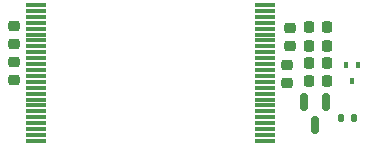
<source format=gbr>
%TF.GenerationSoftware,KiCad,Pcbnew,(7.0.0)*%
%TF.CreationDate,2023-03-08T14:18:51-08:00*%
%TF.ProjectId,ovrdrive,6f767264-7269-4766-952e-6b696361645f,rev?*%
%TF.SameCoordinates,Original*%
%TF.FileFunction,Paste,Bot*%
%TF.FilePolarity,Positive*%
%FSLAX46Y46*%
G04 Gerber Fmt 4.6, Leading zero omitted, Abs format (unit mm)*
G04 Created by KiCad (PCBNEW (7.0.0)) date 2023-03-08 14:18:51*
%MOMM*%
%LPD*%
G01*
G04 APERTURE LIST*
G04 Aperture macros list*
%AMRoundRect*
0 Rectangle with rounded corners*
0 $1 Rounding radius*
0 $2 $3 $4 $5 $6 $7 $8 $9 X,Y pos of 4 corners*
0 Add a 4 corners polygon primitive as box body*
4,1,4,$2,$3,$4,$5,$6,$7,$8,$9,$2,$3,0*
0 Add four circle primitives for the rounded corners*
1,1,$1+$1,$2,$3*
1,1,$1+$1,$4,$5*
1,1,$1+$1,$6,$7*
1,1,$1+$1,$8,$9*
0 Add four rect primitives between the rounded corners*
20,1,$1+$1,$2,$3,$4,$5,0*
20,1,$1+$1,$4,$5,$6,$7,0*
20,1,$1+$1,$6,$7,$8,$9,0*
20,1,$1+$1,$8,$9,$2,$3,0*%
G04 Aperture macros list end*
%ADD10RoundRect,0.218750X-0.218750X-0.256250X0.218750X-0.256250X0.218750X0.256250X-0.218750X0.256250X0*%
%ADD11RoundRect,0.225000X-0.250000X0.225000X-0.250000X-0.225000X0.250000X-0.225000X0.250000X0.225000X0*%
%ADD12RoundRect,0.225000X0.250000X-0.225000X0.250000X0.225000X-0.250000X0.225000X-0.250000X-0.225000X0*%
%ADD13R,0.400000X0.510000*%
%ADD14RoundRect,0.218750X0.256250X-0.218750X0.256250X0.218750X-0.256250X0.218750X-0.256250X-0.218750X0*%
%ADD15RoundRect,0.135000X0.135000X0.185000X-0.135000X0.185000X-0.135000X-0.185000X0.135000X-0.185000X0*%
%ADD16RoundRect,0.011200X0.768800X0.128800X-0.768800X0.128800X-0.768800X-0.128800X0.768800X-0.128800X0*%
%ADD17RoundRect,0.150000X-0.150000X0.587500X-0.150000X-0.587500X0.150000X-0.587500X0.150000X0.587500X0*%
%ADD18RoundRect,0.225000X0.225000X0.250000X-0.225000X0.250000X-0.225000X-0.250000X0.225000X-0.250000X0*%
%ADD19RoundRect,0.218750X0.218750X0.256250X-0.218750X0.256250X-0.218750X-0.256250X0.218750X-0.256250X0*%
G04 APERTURE END LIST*
D10*
%TO.C,D2*%
X138812500Y-100300000D03*
X140387500Y-100300000D03*
%TD*%
D11*
%TO.C,C2*%
X113900000Y-103275000D03*
X113900000Y-104825000D03*
%TD*%
D12*
%TO.C,C1*%
X136950000Y-105075000D03*
X136950000Y-103525000D03*
%TD*%
D13*
%TO.C,Q3*%
X141999999Y-103554999D03*
X142999999Y-103554999D03*
X142499999Y-104844999D03*
%TD*%
D14*
%TO.C,D4*%
X113900000Y-101787500D03*
X113900000Y-100212500D03*
%TD*%
D15*
%TO.C,R11*%
X142610000Y-108000000D03*
X141590000Y-108000000D03*
%TD*%
D11*
%TO.C,C3*%
X137250000Y-100375000D03*
X137250000Y-101925000D03*
%TD*%
D16*
%TO.C,U2*%
X115767500Y-98450000D03*
X115767500Y-98950000D03*
X115767500Y-99450000D03*
X115767500Y-99950000D03*
X115767500Y-100450000D03*
X115767500Y-100950000D03*
X115767500Y-101450000D03*
X115767500Y-101950000D03*
X115767500Y-102450000D03*
X115767500Y-102950000D03*
X115767500Y-103450000D03*
X115767500Y-103950000D03*
X115767500Y-104450000D03*
X115767500Y-104950000D03*
X115767500Y-105450000D03*
X115767500Y-105950000D03*
X115767500Y-106450000D03*
X115767500Y-106950000D03*
X115767500Y-107450000D03*
X115767500Y-107950000D03*
X115767500Y-108450000D03*
X115767500Y-108950000D03*
X115767500Y-109450000D03*
X115767500Y-109950000D03*
X135127500Y-109950000D03*
X135127500Y-109450000D03*
X135127500Y-108950000D03*
X135127500Y-108450000D03*
X135127500Y-107950000D03*
X135127500Y-107450000D03*
X135127500Y-106950000D03*
X135127500Y-106450000D03*
X135127500Y-105950000D03*
X135127500Y-105450000D03*
X135127500Y-104950000D03*
X135127500Y-104450000D03*
X135127500Y-103950000D03*
X135127500Y-103450000D03*
X135127500Y-102950000D03*
X135127500Y-102450000D03*
X135127500Y-101950000D03*
X135127500Y-101450000D03*
X135127500Y-100950000D03*
X135127500Y-100450000D03*
X135127500Y-99950000D03*
X135127500Y-99450000D03*
X135127500Y-98950000D03*
X135127500Y-98450000D03*
%TD*%
D17*
%TO.C,Q2*%
X138400000Y-106700000D03*
X140300000Y-106700000D03*
X139350000Y-108575000D03*
%TD*%
D18*
%TO.C,C14*%
X140375000Y-104900000D03*
X138825000Y-104900000D03*
%TD*%
%TO.C,C15*%
X140375000Y-103400000D03*
X138825000Y-103400000D03*
%TD*%
D19*
%TO.C,D3*%
X140387500Y-101900000D03*
X138812500Y-101900000D03*
%TD*%
M02*

</source>
